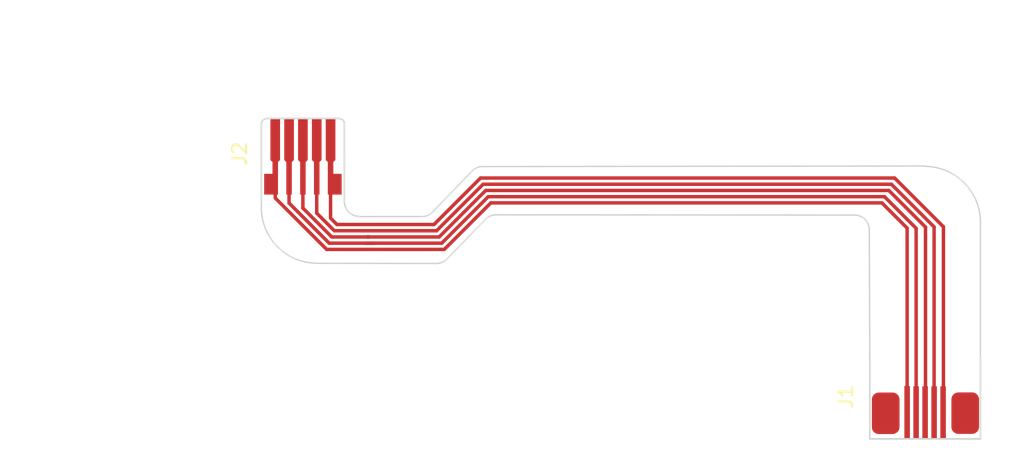
<source format=kicad_pcb>
(kicad_pcb (version 20210424) (generator pcbnew)
  (title_block (title "OTG - HAT7 Flex") (date "2021-07-10") (rev "1.1"))
  (layers (0 "F.Cu" signal) (31 "B.Cu" signal) (34 "B.Paste" user) (35 "F.Paste" user) (36 "B.SilkS" user "B.Silkscreen") (37 "F.SilkS" user "F.Silkscreen") (38 "B.Mask" user) (39 "F.Mask" user) (44 "Edge.Cuts" user))
  (net 0 "")
  (net 1 "Net-(J1-Pad5)")
  (net 2 "Net-(J1-Pad4)")
  (net 3 "Net-(J1-Pad3)")
  (net 4 "Net-(J1-Pad2)")
  (net 5 "Net-(J1-Pad1)")
  (footprint "CustomComponents:Flex termination 1x5 SFW" (layer "F.Cu") (at 149.2062 90.395659)
    (fp_text reference "J2" (at -4.56 -0.46 90 unlocked) (layer "F.SilkS"))
    (fp_text value "Conn_01x05_Male" hide)
    (fp_line (start 3 -2.6) (end 3 0) (layer "Edge.Cuts") (width 0.12))
    (fp_line (start -3 0) (end -3 3) (layer "Edge.Cuts") (width 0.12))
    (fp_line (start -2.6 -3) (end 2.6 -3) (layer "Edge.Cuts") (width 0.12))
    (fp_line (start -3 -2.6) (end -3 0) (layer "Edge.Cuts") (width 0.12))
    (fp_line (start 3 0) (end 3 3) (layer "Edge.Cuts") (width 0.12))
    (fp_arc (start -2.6 -2.6) (end -2.6 -3) (angle -90) (layer "Edge.Cuts") (width 0.12))
    (fp_arc (start 2.6 -2.6) (end 2.6 -3) (angle 90) (layer "Edge.Cuts") (width 0.12))
    (pad "1" connect rect (at -2.4 1.75) (size 0.8 1.5) (layers "F.Cu" "F.Mask") (net 5 "Net-(J1-Pad1)"))
    (pad "1" connect custom (at -2 -1) (size 0.7 1) (layers "F.Cu" "F.Mask") (net 5 "Net-(J1-Pad1)") (options (clearance outline) (anchor rect)) (primitives (gr_poly (pts (xy -0.35 -2) (xy 0.35 -2) (xy 0.35 1) (xy 0.2 1.15) (xy 0.2 3.5) (xy -0.2 3.5) (xy -0.2 1.15) (xy -0.35 1) (xy -0.35 0)) (width 0) (fill yes))))
    (pad "2" connect custom (at -1 -1) (size 0.7 1) (layers "F.Cu" "F.Mask") (net 4 "Net-(J1-Pad2)") (options (clearance outline) (anchor rect)) (primitives (gr_poly (pts (xy -0.35 -2) (xy 0.35 -2) (xy 0.35 1) (xy 0.2 1.15) (xy 0.2 3.5) (xy -0.2 3.5) (xy -0.2 1.15) (xy -0.35 1) (xy -0.35 0)) (width 0) (fill yes))))
    (pad "3" connect custom (at 0 -1) (size 0.7 1) (layers "F.Cu" "F.Mask") (net 3 "Net-(J1-Pad3)") (options (clearance outline) (anchor rect)) (primitives (gr_poly (pts (xy -0.35 -2) (xy 0.35 -2) (xy 0.35 1) (xy 0.2 1.15) (xy 0.2 3.5) (xy -0.2 3.5) (xy -0.2 1.15) (xy -0.35 1) (xy -0.35 0)) (width 0) (fill yes))))
    (pad "4" connect custom (at 1 -1) (size 0.7 1) (layers "F.Cu" "F.Mask") (net 2 "Net-(J1-Pad4)") (options (clearance outline) (anchor rect)) (primitives (gr_poly (pts (xy -0.35 -2) (xy 0.35 -2) (xy 0.35 1) (xy 0.2 1.15) (xy 0.2 3.5) (xy -0.2 3.5) (xy -0.2 1.15) (xy -0.35 1) (xy -0.35 0)) (width 0) (fill yes))))
    (pad "5" connect custom (at 2 -1) (size 0.7 1) (layers "F.Cu" "F.Mask") (net 1 "Net-(J1-Pad5)") (options (clearance outline) (anchor rect)) (primitives (gr_poly (pts (xy -0.35 -2) (xy 0.35 -2) (xy 0.35 1) (xy 0.2 1.15) (xy 0.2 3.5) (xy -0.2 3.5) (xy -0.2 1.15) (xy -0.35 1) (xy -0.35 0)) (width 0) (fill yes))))
    (pad "5" connect rect (at 2.4 1.75) (size 0.8 1.5) (layers "F.Cu" "F.Mask") (net 1 "Net-(J1-Pad5)"))
  )
  (footprint "CustomComponents:Flex MicroUsb mate" (layer "F.Cu") (at 194.18 112.555)
    (fp_text reference "J1" (at -5.72 -5.04 90) (layer "F.SilkS"))
    (fp_text value "Conn_01x05_Male" hide)
    (fp_line (start 4 -2) (end 4 -8) (layer "Edge.Cuts") (width 0.12))
    (fp_line (start -4 -2) (end 4 -2) (layer "Edge.Cuts") (width 0.12))
    (fp_line (start -4 -2) (end -4 -8) (layer "Edge.Cuts") (width 0.12))
    (pad "1" smd custom locked (at -1.3 -2.82 90) (size 1.6 0.4) (layers "F.Cu" "F.Paste" "F.Mask") (net 5 "Net-(J1-Pad1)") (options (clearance outline) (anchor rect)) (primitives (gr_poly (pts (xy 3 -0.2) (xy 3 0.2) (xy -0.4 0.2) (xy -0.4 -0.2)) (width 0) (fill yes))))
    (pad "2" smd custom locked (at -0.65 -2.8 90) (size 1.6 0.4) (layers "F.Cu" "F.Paste" "F.Mask") (net 4 "Net-(J1-Pad2)") (options (clearance outline) (anchor rect)) (primitives (gr_poly (pts (xy 3 -0.2) (xy 3 0.2) (xy -0.4 0.2) (xy -0.4 -0.2)) (width 0) (fill yes))))
    (pad "3" smd custom locked (at 0 -2.8 90) (size 1.6 0.4) (layers "F.Cu" "F.Paste" "F.Mask") (net 3 "Net-(J1-Pad3)") (options (clearance outline) (anchor rect)) (primitives (gr_poly (pts (xy 3 -0.2) (xy 3 0.2) (xy -0.4 0.2) (xy -0.4 -0.2)) (width 0) (fill yes))))
    (pad "4" smd custom locked (at 0.65 -2.8 90) (size 1.6 0.4) (layers "F.Cu" "F.Paste" "F.Mask") (net 2 "Net-(J1-Pad4)") (options (clearance outline) (anchor rect)) (primitives (gr_poly (pts (xy 3 -0.2) (xy 3 0.2) (xy -0.4 0.2) (xy -0.4 -0.2)) (width 0) (fill yes))))
    (pad "5" smd custom locked (at 1.3 -2.8 90) (size 1.6 0.4) (layers "F.Cu" "F.Paste" "F.Mask") (net 1 "Net-(J1-Pad5)") (options (clearance outline) (anchor rect)) (primitives (gr_poly (pts (xy 3 -0.2) (xy 3 0.2) (xy -0.4 0.2) (xy -0.4 -0.2)) (width 0) (fill yes))))
    (pad "6" smd roundrect locked (at 2.9 -3.86) (size 2 3) (layers "F.Cu" "F.Paste" "F.Mask"))
    (pad "6" smd roundrect locked (at -2.85 -3.85) (size 2 3) (layers "F.Cu" "F.Paste" "F.Mask"))
  )
  (gr_line (start 163.1188 94.361) (end 189.1538 94.376747) (layer "Edge.Cuts") (width 0.1))
  (gr_arc (start 189.087096 95.434368) (end 190.144636 95.44743) (angle -90.7) (layer "Edge.Cuts") (width 0.1))
  (gr_arc (start 194.1414 94.8944) (end 198.18 94.8944) (angle -90) (layer "Edge.Cuts") (width 0.1))
  (gr_line (start 198.18 104.555) (end 198.18 94.8944) (layer "Edge.Cuts") (width 0.1))
  (gr_arc (start 162.182025 91.8876) (end 162.207425 90.8716) (angle -50.37728241) (layer "Edge.Cuts") (width 0.1))
  (gr_arc (start 163.147225 95.377) (end 163.172625 94.361) (angle -50.37728241) (layer "Edge.Cuts") (width 0.1))
  (gr_line (start 150.1648 97.8662) (end 158.848575 97.8758) (layer "Edge.Cuts") (width 0.1))
  (gr_arc (start 157.831214 93.464902) (end 157.805814 94.480902) (angle -50.37728241) (layer "Edge.Cuts") (width 0.1))
  (gr_line (start 159.640361 97.527298) (end 162.380839 94.709503) (layer "Edge.Cuts") (width 0.1))
  (gr_line (start 158.5976 94.1324) (end 161.415639 91.220102) (layer "Edge.Cuts") (width 0.1))
  (gr_line (start 194.183 90.8304) (end 162.207425 90.8716) (layer "Edge.Cuts") (width 0.1))
  (gr_line (start 146.2062 93.395659) (end 146.2024 93.889964) (layer "Edge.Cuts") (width 0.1))
  (gr_line (start 190.18 104.555) (end 190.144636 95.44743) (layer "Edge.Cuts") (width 0.1))
  (gr_arc (start 158.873975 96.8598) (end 158.848575 97.8758) (angle -50.37728241) (layer "Edge.Cuts") (width 0.1))
  (gr_arc (start 153.26374 93.408721) (end 152.2062 93.395659) (angle -90.7) (layer "Edge.Cuts") (width 0.1))
  (gr_arc (start 150.2156 93.840659) (end 146.2024 93.840659) (angle -90.34515112) (layer "Edge.Cuts") (width 0.1))
  (gr_line (start 153.2128 94.488) (end 157.861 94.480902) (layer "Edge.Cuts") (width 0.1))
  (segment (start 162.043809 91.69932) (end 191.97852 91.69932) (width 0.25) (layer "F.Cu") (net 1))
  (segment (start 158.68327 95.059859) (end 162.043809 91.69932) (width 0.25) (layer "F.Cu") (net 1))
  (segment (start 151.2062 89.395659) (end 151.2062 94.601941) (width 0.25) (layer "F.Cu") (net 1))
  (segment (start 195.5038 95.2246) (end 195.5038 108.4072) (width 0.25) (layer "F.Cu") (net 1))
  (segment (start 151.2062 94.601941) (end 151.664118 95.059859) (width 0.25) (layer "F.Cu") (net 1))
  (segment (start 191.97852 91.69932) (end 195.5038 95.2246) (width 0.25) (layer "F.Cu") (net 1))
  (segment (start 151.664118 95.059859) (end 158.68327 95.059859) (width 0.25) (layer "F.Cu") (net 1))
  (segment (start 195.5038 106.934) (end 195.5546 106.9848) (width 0.25) (layer "F.Cu") (net 1))
  (segment (start 191.742958 92.14884) (end 162.230006 92.14884) (width 0.25) (layer "F.Cu") (net 2))
  (segment (start 158.869467 95.509379) (end 151.477921 95.509379) (width 0.25) (layer "F.Cu") (net 2))
  (segment (start 158.869467 95.509379) (end 153.33212 95.509379) (width 0.25) (layer "F.Cu") (net 2))
  (segment (start 151.477921 95.509379) (end 150.2062 94.237659) (width 0.25) (layer "F.Cu") (net 2))
  (segment (start 194.83 109.755) (end 194.83 95.235882) (width 0.25) (layer "F.Cu") (net 2))
  (segment (start 194.83 95.235882) (end 191.742958 92.14884) (width 0.25) (layer "F.Cu") (net 2))
  (segment (start 150.2062 94.237659) (end 150.2062 89.395659) (width 0.25) (layer "F.Cu") (net 2))
  (segment (start 162.230006 92.14884) (end 158.869467 95.509379) (width 0.25) (layer "F.Cu") (net 2))
  (segment (start 159.055665 95.958899) (end 162.416206 92.59836) (width 0.25) (layer "F.Cu") (net 3))
  (segment (start 153.875501 95.958899) (end 159.055665 95.958899) (width 0.25) (layer "F.Cu") (net 3))
  (segment (start 149.2062 93.873377) (end 151.291724 95.958899) (width 0.25) (layer "F.Cu") (net 3))
  (segment (start 194.2084 95.25) (end 194.2084 107.823) (width 0.25) (layer "F.Cu") (net 3))
  (segment (start 162.416206 92.59836) (end 191.55676 92.59836) (width 0.25) (layer "F.Cu") (net 3))
  (segment (start 153.875501 95.958899) (end 153.99016 95.958899) (width 0.25) (layer "F.Cu") (net 3))
  (segment (start 151.291724 95.958899) (end 153.875501 95.958899) (width 0.25) (layer "F.Cu") (net 3))
  (segment (start 149.2062 89.395659) (end 149.2062 93.873377) (width 0.25) (layer "F.Cu") (net 3))
  (segment (start 191.55676 92.59836) (end 194.2084 95.25) (width 0.25) (layer "F.Cu") (net 3))
  (segment (start 193.53 95.332883) (end 191.244997 93.04788) (width 0.25) (layer "F.Cu") (net 4))
  (segment (start 159.241863 96.408419) (end 153.7716 96.408419) (width 0.25) (layer "F.Cu") (net 4))
  (segment (start 148.2062 93.509092) (end 151.105527 96.408419) (width 0.25) (layer "F.Cu") (net 4))
  (segment (start 148.2062 89.395659) (end 148.2062 93.509092) (width 0.25) (layer "F.Cu") (net 4))
  (segment (start 151.105527 96.408419) (end 154.32804 96.408419) (width 0.25) (layer "F.Cu") (net 4))
  (segment (start 193.53 109.755) (end 193.53 95.332883) (width 0.25) (layer "F.Cu") (net 4))
  (segment (start 162.602403 93.04788) (end 159.241863 96.408419) (width 0.25) (layer "F.Cu") (net 4))
  (segment (start 191.244997 93.04788) (end 162.602403 93.04788) (width 0.25) (layer "F.Cu") (net 4))
  (segment (start 159.428061 96.857939) (end 150.91933 96.857939) (width 0.25) (layer "F.Cu") (net 5))
  (segment (start 192.88 109.735) (end 192.88 95.3186) (width 0.25) (layer "F.Cu") (net 5))
  (segment (start 191.0588 93.4974) (end 162.7886 93.4974) (width 0.25) (layer "F.Cu") (net 5))
  (segment (start 150.91933 96.857939) (end 147.2062 93.144809) (width 0.25) (layer "F.Cu") (net 5))
  (segment (start 162.7886 93.4974) (end 159.428061 96.857939) (width 0.25) (layer "F.Cu") (net 5))
  (segment (start 147.2062 93.144809) (end 147.2062 89.395659) (width 0.25) (layer "F.Cu") (net 5))
  (segment (start 192.88 95.3186) (end 191.0588 93.4974) (width 0.25) (layer "F.Cu") (net 5))
)
</source>
